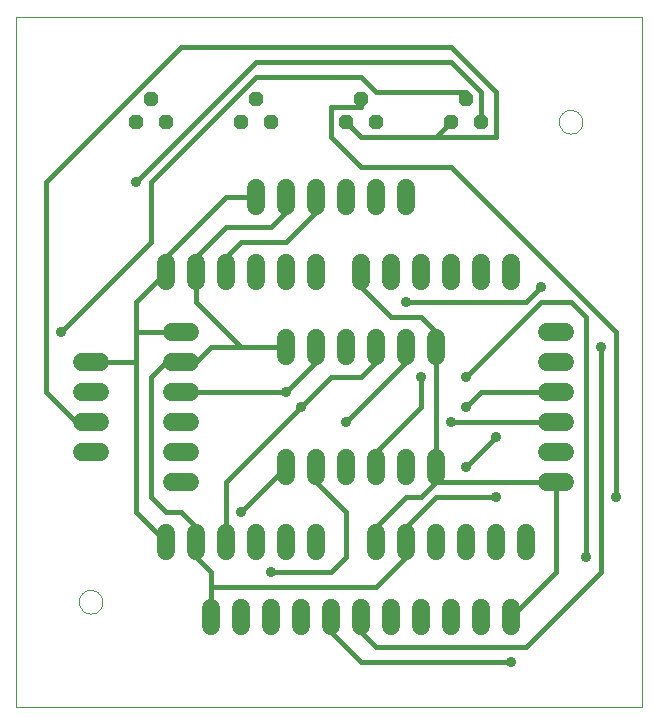
<source format=gbl>
G75*
%MOIN*%
%OFA0B0*%
%FSLAX24Y24*%
%IPPOS*%
%LPD*%
%AMOC8*
5,1,8,0,0,1.08239X$1,22.5*
%
%ADD10C,0.0000*%
%ADD11C,0.0600*%
%ADD12OC8,0.0480*%
%ADD13C,0.0150*%
%ADD14C,0.0360*%
D10*
X000100Y000140D02*
X000100Y023136D01*
X020970Y023136D01*
X020970Y000140D01*
X000100Y000140D01*
X002206Y003640D02*
X002208Y003679D01*
X002214Y003718D01*
X002224Y003756D01*
X002237Y003793D01*
X002254Y003828D01*
X002274Y003862D01*
X002298Y003893D01*
X002325Y003922D01*
X002354Y003948D01*
X002386Y003971D01*
X002420Y003991D01*
X002456Y004007D01*
X002493Y004019D01*
X002532Y004028D01*
X002571Y004033D01*
X002610Y004034D01*
X002649Y004031D01*
X002688Y004024D01*
X002725Y004013D01*
X002762Y003999D01*
X002797Y003981D01*
X002830Y003960D01*
X002861Y003935D01*
X002889Y003908D01*
X002914Y003878D01*
X002936Y003845D01*
X002955Y003811D01*
X002970Y003775D01*
X002982Y003737D01*
X002990Y003699D01*
X002994Y003660D01*
X002994Y003620D01*
X002990Y003581D01*
X002982Y003543D01*
X002970Y003505D01*
X002955Y003469D01*
X002936Y003435D01*
X002914Y003402D01*
X002889Y003372D01*
X002861Y003345D01*
X002830Y003320D01*
X002797Y003299D01*
X002762Y003281D01*
X002725Y003267D01*
X002688Y003256D01*
X002649Y003249D01*
X002610Y003246D01*
X002571Y003247D01*
X002532Y003252D01*
X002493Y003261D01*
X002456Y003273D01*
X002420Y003289D01*
X002386Y003309D01*
X002354Y003332D01*
X002325Y003358D01*
X002298Y003387D01*
X002274Y003418D01*
X002254Y003452D01*
X002237Y003487D01*
X002224Y003524D01*
X002214Y003562D01*
X002208Y003601D01*
X002206Y003640D01*
X018206Y019640D02*
X018208Y019679D01*
X018214Y019718D01*
X018224Y019756D01*
X018237Y019793D01*
X018254Y019828D01*
X018274Y019862D01*
X018298Y019893D01*
X018325Y019922D01*
X018354Y019948D01*
X018386Y019971D01*
X018420Y019991D01*
X018456Y020007D01*
X018493Y020019D01*
X018532Y020028D01*
X018571Y020033D01*
X018610Y020034D01*
X018649Y020031D01*
X018688Y020024D01*
X018725Y020013D01*
X018762Y019999D01*
X018797Y019981D01*
X018830Y019960D01*
X018861Y019935D01*
X018889Y019908D01*
X018914Y019878D01*
X018936Y019845D01*
X018955Y019811D01*
X018970Y019775D01*
X018982Y019737D01*
X018990Y019699D01*
X018994Y019660D01*
X018994Y019620D01*
X018990Y019581D01*
X018982Y019543D01*
X018970Y019505D01*
X018955Y019469D01*
X018936Y019435D01*
X018914Y019402D01*
X018889Y019372D01*
X018861Y019345D01*
X018830Y019320D01*
X018797Y019299D01*
X018762Y019281D01*
X018725Y019267D01*
X018688Y019256D01*
X018649Y019249D01*
X018610Y019246D01*
X018571Y019247D01*
X018532Y019252D01*
X018493Y019261D01*
X018456Y019273D01*
X018420Y019289D01*
X018386Y019309D01*
X018354Y019332D01*
X018325Y019358D01*
X018298Y019387D01*
X018274Y019418D01*
X018254Y019452D01*
X018237Y019487D01*
X018224Y019524D01*
X018214Y019562D01*
X018208Y019601D01*
X018206Y019640D01*
D11*
X016600Y014940D02*
X016600Y014340D01*
X015600Y014340D02*
X015600Y014940D01*
X014600Y014940D02*
X014600Y014340D01*
X013600Y014340D02*
X013600Y014940D01*
X012600Y014940D02*
X012600Y014340D01*
X011600Y014340D02*
X011600Y014940D01*
X010100Y014940D02*
X010100Y014340D01*
X009100Y014340D02*
X009100Y014940D01*
X008100Y014940D02*
X008100Y014340D01*
X007100Y014340D02*
X007100Y014940D01*
X006100Y014940D02*
X006100Y014340D01*
X005100Y014340D02*
X005100Y014940D01*
X005300Y012640D02*
X005900Y012640D01*
X005900Y011640D02*
X005300Y011640D01*
X005300Y010640D02*
X005900Y010640D01*
X005900Y009640D02*
X005300Y009640D01*
X005300Y008640D02*
X005900Y008640D01*
X005900Y007640D02*
X005300Y007640D01*
X005100Y005940D02*
X005100Y005340D01*
X006100Y005340D02*
X006100Y005940D01*
X007100Y005940D02*
X007100Y005340D01*
X008100Y005340D02*
X008100Y005940D01*
X009100Y005940D02*
X009100Y005340D01*
X010100Y005340D02*
X010100Y005940D01*
X010100Y007840D02*
X010100Y008440D01*
X009100Y008440D02*
X009100Y007840D01*
X011100Y007840D02*
X011100Y008440D01*
X012100Y008440D02*
X012100Y007840D01*
X013100Y007840D02*
X013100Y008440D01*
X014100Y008440D02*
X014100Y007840D01*
X014100Y005940D02*
X014100Y005340D01*
X013100Y005340D02*
X013100Y005940D01*
X012100Y005940D02*
X012100Y005340D01*
X011600Y003440D02*
X011600Y002840D01*
X012600Y002840D02*
X012600Y003440D01*
X013600Y003440D02*
X013600Y002840D01*
X014600Y002840D02*
X014600Y003440D01*
X015600Y003440D02*
X015600Y002840D01*
X016600Y002840D02*
X016600Y003440D01*
X016100Y005340D02*
X016100Y005940D01*
X015100Y005940D02*
X015100Y005340D01*
X017100Y005340D02*
X017100Y005940D01*
X017800Y007640D02*
X018400Y007640D01*
X018400Y008640D02*
X017800Y008640D01*
X017800Y009640D02*
X018400Y009640D01*
X018400Y010640D02*
X017800Y010640D01*
X017800Y011640D02*
X018400Y011640D01*
X018400Y012640D02*
X017800Y012640D01*
X014100Y012440D02*
X014100Y011840D01*
X013100Y011840D02*
X013100Y012440D01*
X012100Y012440D02*
X012100Y011840D01*
X011100Y011840D02*
X011100Y012440D01*
X010100Y012440D02*
X010100Y011840D01*
X009100Y011840D02*
X009100Y012440D01*
X009100Y016840D02*
X009100Y017440D01*
X010100Y017440D02*
X010100Y016840D01*
X011100Y016840D02*
X011100Y017440D01*
X012100Y017440D02*
X012100Y016840D01*
X013100Y016840D02*
X013100Y017440D01*
X008100Y017440D02*
X008100Y016840D01*
X002900Y011640D02*
X002300Y011640D01*
X002300Y010640D02*
X002900Y010640D01*
X002900Y009640D02*
X002300Y009640D01*
X002300Y008640D02*
X002900Y008640D01*
X006600Y003440D02*
X006600Y002840D01*
X007600Y002840D02*
X007600Y003440D01*
X008600Y003440D02*
X008600Y002840D01*
X009600Y002840D02*
X009600Y003440D01*
X010600Y003440D02*
X010600Y002840D01*
D12*
X011100Y019640D03*
X011600Y020390D03*
X012100Y019640D03*
X014600Y019640D03*
X015100Y020390D03*
X015600Y019640D03*
X008600Y019640D03*
X008100Y020390D03*
X007600Y019640D03*
X005100Y019640D03*
X004600Y020390D03*
X004100Y019640D03*
D13*
X004100Y017640D02*
X008100Y021640D01*
X014600Y021640D01*
X015600Y020640D01*
X015600Y019640D01*
X016100Y019140D02*
X014100Y019140D01*
X014600Y019640D01*
X014100Y019140D02*
X011600Y019140D01*
X011100Y019640D01*
X010600Y019140D02*
X010600Y020140D01*
X011600Y020140D01*
X011600Y020390D01*
X012100Y020640D02*
X011600Y021140D01*
X008100Y021140D01*
X004600Y017640D01*
X004600Y015640D01*
X001600Y012640D01*
X002600Y011640D02*
X004100Y011640D01*
X004100Y006640D01*
X005100Y005640D01*
X005100Y006640D02*
X005600Y006640D01*
X006100Y006140D01*
X006100Y005640D01*
X006100Y005140D01*
X006600Y004640D01*
X006600Y004140D01*
X012100Y004140D01*
X013100Y005140D01*
X013100Y005640D01*
X013100Y006140D01*
X014100Y007140D01*
X016100Y007140D01*
X015100Y008140D02*
X016100Y009140D01*
X015100Y010140D02*
X015600Y010640D01*
X018100Y010640D01*
X018100Y009640D02*
X014600Y009640D01*
X013600Y010140D02*
X012100Y008640D01*
X012100Y008140D01*
X013100Y007140D02*
X013600Y007140D01*
X014100Y007640D01*
X014100Y008140D01*
X014100Y012140D01*
X014100Y012640D01*
X013600Y013140D01*
X012600Y013140D01*
X011600Y014140D01*
X011600Y014640D01*
X013100Y013640D02*
X017100Y013640D01*
X017600Y014140D01*
X017600Y013640D02*
X015100Y011140D01*
X013600Y011140D02*
X013600Y010140D01*
X013100Y011640D02*
X013100Y012140D01*
X013100Y011640D02*
X011100Y009640D01*
X011600Y011140D02*
X010600Y011140D01*
X009600Y010140D01*
X007100Y007640D01*
X007100Y005640D01*
X007600Y006640D02*
X009100Y008140D01*
X010100Y008140D02*
X010100Y007640D01*
X011100Y006640D01*
X011100Y005140D01*
X010600Y004640D01*
X008600Y004640D01*
X006600Y004140D02*
X006600Y003140D01*
X005100Y006640D02*
X004600Y007140D01*
X004600Y011140D01*
X005100Y011640D01*
X005600Y011640D01*
X006100Y011640D01*
X006600Y012140D01*
X007600Y012140D01*
X006100Y013640D01*
X006100Y014640D01*
X006100Y015140D01*
X007100Y016140D01*
X008600Y016140D01*
X009100Y016640D01*
X009100Y017140D01*
X010100Y017140D02*
X010100Y016640D01*
X009100Y015640D01*
X007600Y015640D01*
X007100Y015140D01*
X007100Y014640D01*
X005100Y014640D02*
X005100Y015140D01*
X007100Y017140D01*
X008100Y017140D01*
X010600Y019140D02*
X011600Y018140D01*
X014600Y018140D01*
X020100Y012640D01*
X020100Y007140D01*
X019100Y005140D02*
X019100Y013140D01*
X018600Y013640D01*
X017600Y013640D01*
X019600Y012140D02*
X019600Y004640D01*
X017100Y002140D01*
X012100Y002140D01*
X011600Y002640D01*
X011600Y003140D01*
X010600Y003140D02*
X010600Y002640D01*
X011600Y001640D01*
X016600Y001640D01*
X016600Y003140D02*
X018100Y004640D01*
X018100Y007640D01*
X014100Y007640D01*
X013100Y007140D02*
X012100Y006140D01*
X012100Y005640D01*
X009100Y010640D02*
X005600Y010640D01*
X004100Y011640D02*
X004100Y012640D01*
X005600Y012640D01*
X004100Y012640D02*
X004100Y013640D01*
X005100Y014640D01*
X007600Y012140D02*
X009100Y012140D01*
X010100Y012140D02*
X010100Y011640D01*
X009100Y010640D01*
X011600Y011140D02*
X012100Y011640D01*
X012100Y012140D01*
X016100Y019140D02*
X016100Y020640D01*
X014600Y022140D01*
X005600Y022140D01*
X001100Y017640D01*
X001100Y010640D01*
X002100Y009640D01*
X002600Y009640D01*
X012100Y020640D02*
X015100Y020640D01*
X015100Y020390D01*
D14*
X017600Y014140D03*
X019600Y012140D03*
X016100Y009140D03*
X015100Y010140D03*
X014600Y009640D03*
X015100Y011140D03*
X013600Y011140D03*
X013100Y013640D03*
X011100Y009640D03*
X009600Y010140D03*
X009100Y010640D03*
X007600Y006640D03*
X008600Y004640D03*
X015100Y008140D03*
X016100Y007140D03*
X019100Y005140D03*
X020100Y007140D03*
X016600Y001640D03*
X004100Y017640D03*
X001600Y012640D03*
M02*

</source>
